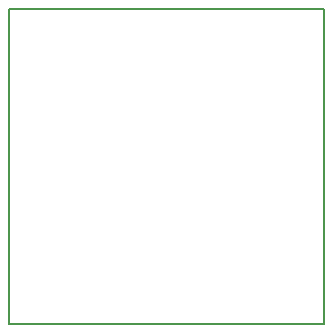
<source format=gm1>
G04*
G04 #@! TF.GenerationSoftware,Altium Limited,Altium Designer,18.1.9 (240)*
G04*
G04 Layer_Color=16711935*
%FSLAX24Y24*%
%MOIN*%
G70*
G01*
G75*
%ADD10C,0.0070*%
D10*
X0Y10500D02*
X10500D01*
Y0D02*
Y10500D01*
X0Y0D02*
X10500D01*
X0D02*
Y10500D01*
M02*

</source>
